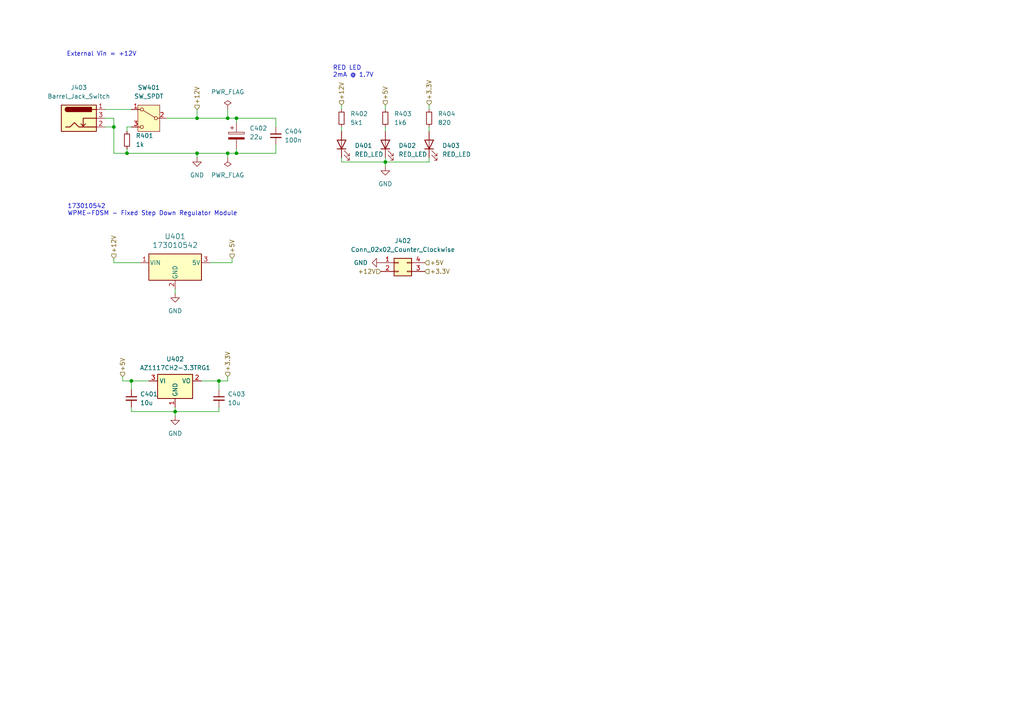
<source format=kicad_sch>
(kicad_sch (version 20231120) (generator "eeschema") (generator_version "8.0")
  (paper "A4")
  (lib_symbols
    (symbol "173010xxx:173010542" (pin_names (offset 0.254))
      (property "Reference" "U" (at 7.62 -6.35 0))
      (property "Value" "173010542" (at -0.508 3.556 0))
      (symbol "173010542_1_1"
        (rectangle (start -7.62 2.54) (end 7.62 -5.08) (stroke (width 0.254)) (fill (type background)))
        (pin power_in line (at -10.16 0 0) (length 2.54) (name "VIN") (number "1"))
        (pin power_in line (at 0 -7.62 90) (length 2.54) (name "GND") (number "2"))
        (pin power_out line (at 10.16 0 180) (length 2.54) (name "5V") (number "3"))
      )
    )
    (symbol "Connector:Barrel_Jack_Switch" (pin_names hide)
      (property "Reference" "J" (at 0 5.334 0))
      (property "Value" "Barrel_Jack_Switch" (at 0 -5.08 0))
      (symbol "Barrel_Jack_Switch_0_1"
        (rectangle (start -5.08 3.81) (end 5.08 -3.81) (stroke (width 0.254)) (fill (type background)))
        (arc (start -3.302 3.175) (mid -3.9343 2.54) (end -3.302 1.905) (stroke (width 0.254)))
        (arc (start -3.302 3.175) (mid -3.9343 2.54) (end -3.302 1.905) (stroke (width 0.254)) (fill (type outline)))
        (polyline (pts (xy 1.27 -2.286) (xy 1.905 -1.651)) (stroke (width 0.254)))
        (polyline (pts (xy 5.08 2.54) (xy 3.81 2.54)) (stroke (width 0.254)))
        (polyline (pts (xy 5.08 0) (xy 1.27 0) (xy 1.27 -2.286) (xy 0.635 -1.651)) (stroke (width 0.254)))
        (polyline (pts (xy -3.81 -2.54) (xy -2.54 -2.54) (xy -1.27 -1.27) (xy 0 -2.54) (xy 2.54 -2.54) (xy 5.08 -2.54)) (stroke (width 0.254)))
        (rectangle (start 3.683 3.175) (end -3.302 1.905) (stroke (width 0.254)) (fill (type outline)))
      )
      (symbol "Barrel_Jack_Switch_1_1"
        (pin passive line (at 7.62 2.54 180) (length 2.54) (name "~") (number "1"))
        (pin passive line (at 7.62 -2.54 180) (length 2.54) (name "~") (number "2"))
        (pin passive line (at 7.62 0 180) (length 2.54) (name "~") (number "3"))
      )
    )
    (symbol "Connector_Generic:Conn_02x02_Counter_Clockwise" (pin_names (offset 1.016) hide)
      (property "Reference" "J" (at 1.27 2.54 0))
      (property "Value" "Conn_02x02_Counter_Clockwise" (at 1.27 -5.08 0))
      (symbol "Conn_02x02_Counter_Clockwise_1_1"
        (rectangle (start -1.27 -2.413) (end 0 -2.667) (stroke (width 0.1524)))
        (rectangle (start -1.27 0.127) (end 0 -0.127) (stroke (width 0.1524)))
        (rectangle (start -1.27 1.27) (end 3.81 -3.81) (stroke (width 0.254)) (fill (type background)))
        (rectangle (start 3.81 -2.413) (end 2.54 -2.667) (stroke (width 0.1524)))
        (rectangle (start 3.81 0.127) (end 2.54 -0.127) (stroke (width 0.1524)))
        (pin passive line (at -5.08 0 0) (length 3.81) (name "Pin_1") (number "1"))
        (pin passive line (at -5.08 -2.54 0) (length 3.81) (name "Pin_2") (number "2"))
        (pin passive line (at 7.62 -2.54 180) (length 3.81) (name "Pin_3") (number "3"))
        (pin passive line (at 7.62 0 180) (length 3.81) (name "Pin_4") (number "4"))
      )
    )
    (symbol "Device:C_Polarized" (pin_numbers hide) (pin_names (offset 0.254))
      (property "Reference" "C" (at 0.635 2.54 0))
      (property "Value" "C_Polarized" (at 0.635 -2.54 0))
      (symbol "C_Polarized_0_1"
        (rectangle (start -2.286 0.508) (end 2.286 1.016))
        (polyline (pts (xy -1.778 2.286) (xy -0.762 2.286)))
        (polyline (pts (xy -1.27 2.794) (xy -1.27 1.778)))
        (rectangle (start 2.286 -0.508) (end -2.286 -1.016) (fill (type outline)))
      )
      (symbol "C_Polarized_1_1"
        (pin passive line (at 0 3.81 270) (length 2.794) (name "~") (number "1"))
        (pin passive line (at 0 -3.81 90) (length 2.794) (name "~") (number "2"))
      )
    )
    (symbol "Device:C_Small" (pin_numbers hide) (pin_names (offset 0.254) hide)
      (property "Reference" "C" (at 0.254 1.778 0))
      (property "Value" "C_Small" (at 0.254 -2.032 0))
      (symbol "C_Small_0_1"
        (polyline (pts (xy -1.524 -0.508) (xy 1.524 -0.508)) (stroke (width 0.3302)))
        (polyline (pts (xy -1.524 0.508) (xy 1.524 0.508)) (stroke (width 0.3048)))
      )
      (symbol "C_Small_1_1"
        (pin passive line (at 0 2.54 270) (length 2.032) (name "~") (number "1"))
        (pin passive line (at 0 -2.54 90) (length 2.032) (name "~") (number "2"))
      )
    )
    (symbol "Device:LED" (pin_numbers hide) (pin_names (offset 1.016) hide)
      (property "Reference" "D" (at 0 2.54 0))
      (property "Value" "LED" (at 0 -2.54 0))
      (symbol "LED_0_1"
        (polyline (pts (xy -1.27 -1.27) (xy -1.27 1.27)) (stroke (width 0.254)))
        (polyline (pts (xy -1.27 0) (xy 1.27 0)))
        (polyline (pts (xy 1.27 -1.27) (xy 1.27 1.27) (xy -1.27 0) (xy 1.27 -1.27)) (stroke (width 0.254)))
        (polyline (pts (xy -3.048 -0.762) (xy -4.572 -2.286) (xy -3.81 -2.286) (xy -4.572 -2.286) (xy -4.572 -1.524)))
        (polyline (pts (xy -1.778 -0.762) (xy -3.302 -2.286) (xy -2.54 -2.286) (xy -3.302 -2.286) (xy -3.302 -1.524)))
      )
      (symbol "LED_1_1"
        (pin passive line (at -3.81 0 0) (length 2.54) (name "K") (number "1"))
        (pin passive line (at 3.81 0 180) (length 2.54) (name "A") (number "2"))
      )
    )
    (symbol "Device:R_Small" (pin_numbers hide) (pin_names (offset 0.254) hide)
      (property "Reference" "R" (at 0.762 0.508 0))
      (property "Value" "R_Small" (at 0.762 -1.016 0))
      (symbol "R_Small_0_1"
        (rectangle (start -0.762 1.778) (end 0.762 -1.778) (stroke (width 0.2032)))
      )
      (symbol "R_Small_1_1"
        (pin passive line (at 0 2.54 270) (length 0.762) (name "~") (number "1"))
        (pin passive line (at 0 -2.54 90) (length 0.762) (name "~") (number "2"))
      )
    )
    (symbol "Regulator_Linear:AMS1117-3.3"
      (property "Reference" "U" (at -3.81 3.175 0))
      (property "Value" "AMS1117-3.3" (at 0 3.175 0))
      (symbol "AMS1117-3.3_0_1"
        (rectangle (start -5.08 -5.08) (end 5.08 1.905) (stroke (width 0.254)) (fill (type background)))
      )
      (symbol "AMS1117-3.3_1_1"
        (pin power_in line (at 0 -7.62 90) (length 2.54) (name "GND") (number "1"))
        (pin power_out line (at 7.62 0 180) (length 2.54) (name "VO") (number "2"))
        (pin power_in line (at -7.62 0 0) (length 2.54) (name "VI") (number "3"))
      )
    )
    (symbol "Switch:SW_SPDT" (pin_names (offset 0) hide)
      (property "Reference" "SW" (at 0 5.08 0))
      (property "Value" "SW_SPDT" (at 0 -5.08 0))
      (symbol "SW_SPDT_0_1"
        (circle (center -2.032 0) (radius 0.4572))
        (polyline (pts (xy -1.651 0.254) (xy 1.651 2.286)))
        (circle (center 2.032 -2.54) (radius 0.4572))
        (circle (center 2.032 2.54) (radius 0.4572))
      )
      (symbol "SW_SPDT_1_1"
        (rectangle (start -3.175 3.81) (end 3.175 -3.81) (fill (type background)))
        (pin passive line (at 5.08 2.54 180) (length 2.54) (name "A") (number "1"))
        (pin passive line (at -5.08 0 0) (length 2.54) (name "B") (number "2"))
        (pin passive line (at 5.08 -2.54 180) (length 2.54) (name "C") (number "3"))
      )
    )
    (symbol "power:GND" (power) (pin_numbers hide) (pin_names (offset 0) hide)
      (property "Value" "GND" (at 0 -3.81 0))
      (symbol "GND_0_1"
        (polyline (pts (xy 0 0) (xy 0 -1.27) (xy 1.27 -1.27) (xy 0 -2.54) (xy -1.27 -1.27) (xy 0 -1.27)))
      )
      (symbol "GND_1_1"
        (pin power_in line (at 0 0 270) (length 0) (name "~") (number "1"))
      )
    )
    (symbol "power:PWR_FLAG" (power) (pin_numbers hide) (pin_names (offset 0) hide)
      (property "Value" "PWR_FLAG" (at 0 3.81 0))
      (symbol "PWR_FLAG_0_0"
        (pin power_out line (at 0 0 90) (length 0) (name "~") (number "1"))
      )
      (symbol "PWR_FLAG_0_1"
        (polyline (pts (xy 0 0) (xy 0 1.27) (xy -1.016 1.905) (xy 0 2.54) (xy 1.016 1.905) (xy 0 1.27)))
      )
    )
  )
  (junction (at 111.76 46.99))
  (junction (at 33.02 36.83))
  (junction (at 57.15 34.29))
  (junction (at 66.04 44.45))
  (junction (at 68.58 34.29))
  (junction (at 68.58 44.45))
  (junction (at 66.04 34.29))
  (junction (at 63.5 110.49))
  (junction (at 57.15 44.45))
  (junction (at 38.1 110.49))
  (junction (at 36.83 44.45))
  (junction (at 50.8 119.38))
  (wire (pts (xy 58.42 110.49) (xy 63.5 110.49)))
  (wire (pts (xy 57.15 34.29) (xy 66.04 34.29)))
  (wire (pts (xy 36.83 44.45) (xy 36.83 43.18)))
  (wire (pts (xy 99.06 46.99) (xy 111.76 46.99)))
  (wire (pts (xy 66.04 31.75) (xy 66.04 34.29)))
  (wire (pts (xy 30.48 31.75) (xy 38.1 31.75)))
  (wire (pts (xy 33.02 36.83) (xy 33.02 44.45)))
  (wire (pts (xy 111.76 46.99) (xy 124.46 46.99)))
  (wire (pts (xy 33.02 34.29) (xy 33.02 36.83)))
  (wire (pts (xy 124.46 46.99) (xy 124.46 45.72)))
  (wire (pts (xy 99.06 45.72) (xy 99.06 46.99)))
  (wire (pts (xy 111.76 46.99) (xy 111.76 48.26)))
  (wire (pts (xy 57.15 44.45) (xy 57.15 45.72)))
  (wire (pts (xy 36.83 44.45) (xy 57.15 44.45)))
  (wire (pts (xy 99.06 36.83) (xy 99.06 38.1)))
  (wire (pts (xy 80.01 36.83) (xy 80.01 34.29)))
  (wire (pts (xy 66.04 44.45) (xy 57.15 44.45)))
  (wire (pts (xy 124.46 30.48) (xy 124.46 31.75)))
  (wire (pts (xy 38.1 118.11) (xy 38.1 119.38)))
  (wire (pts (xy 63.5 110.49) (xy 66.04 110.49)))
  (wire (pts (xy 66.04 45.72) (xy 66.04 44.45)))
  (wire (pts (xy 33.02 76.2) (xy 40.64 76.2)))
  (wire (pts (xy 35.56 110.49) (xy 38.1 110.49)))
  (wire (pts (xy 36.83 36.83) (xy 36.83 38.1)))
  (wire (pts (xy 124.46 36.83) (xy 124.46 38.1)))
  (wire (pts (xy 43.18 110.49) (xy 38.1 110.49)))
  (wire (pts (xy 111.76 45.72) (xy 111.76 46.99)))
  (wire (pts (xy 30.48 34.29) (xy 33.02 34.29)))
  (wire (pts (xy 68.58 35.56) (xy 68.58 34.29)))
  (wire (pts (xy 38.1 110.49) (xy 38.1 113.03)))
  (wire (pts (xy 63.5 110.49) (xy 63.5 113.03)))
  (wire (pts (xy 38.1 119.38) (xy 50.8 119.38)))
  (wire (pts (xy 50.8 85.09) (xy 50.8 83.82)))
  (wire (pts (xy 66.04 44.45) (xy 68.58 44.45)))
  (wire (pts (xy 57.15 31.75) (xy 57.15 34.29)))
  (wire (pts (xy 68.58 34.29) (xy 80.01 34.29)))
  (wire (pts (xy 66.04 109.22) (xy 66.04 110.49)))
  (wire (pts (xy 80.01 41.91) (xy 80.01 44.45)))
  (wire (pts (xy 111.76 36.83) (xy 111.76 38.1)))
  (wire (pts (xy 67.31 74.93) (xy 67.31 76.2)))
  (wire (pts (xy 33.02 44.45) (xy 36.83 44.45)))
  (wire (pts (xy 68.58 43.18) (xy 68.58 44.45)))
  (wire (pts (xy 68.58 44.45) (xy 80.01 44.45)))
  (wire (pts (xy 30.48 36.83) (xy 33.02 36.83)))
  (wire (pts (xy 38.1 36.83) (xy 36.83 36.83)))
  (wire (pts (xy 50.8 119.38) (xy 63.5 119.38)))
  (wire (pts (xy 63.5 118.11) (xy 63.5 119.38)))
  (wire (pts (xy 33.02 74.93) (xy 33.02 76.2)))
  (wire (pts (xy 48.26 34.29) (xy 57.15 34.29)))
  (wire (pts (xy 99.06 30.48) (xy 99.06 31.75)))
  (wire (pts (xy 50.8 118.11) (xy 50.8 119.38)))
  (wire (pts (xy 66.04 34.29) (xy 68.58 34.29)))
  (wire (pts (xy 111.76 30.48) (xy 111.76 31.75)))
  (wire (pts (xy 67.31 76.2) (xy 60.96 76.2)))
  (wire (pts (xy 50.8 119.38) (xy 50.8 120.65)))
  (wire (pts (xy 35.56 109.22) (xy 35.56 110.49)))
  (text "RED LED\n2mA @ 1.7V" (at 96.52 20.828 0) (effects (font (size 1.27 1.27)) (justify left)))
  (text "173010542\nWPME-FDSM - Fixed Step Down Regulator Module" (at 19.558 60.96 0) (effects (font (size 1.27 1.27)) (justify left)))
  (text "External Vin = +12V" (at 19.304 15.748 0) (effects (font (size 1.27 1.27)) (justify left)))
  (hierarchical_label "+3.3V" (shape input) (at 123.19 78.74 0))
  (hierarchical_label "+5V" (shape input) (at 35.56 109.22 90))
  (hierarchical_label "+12V" (shape input) (at 110.49 78.74 180))
  (hierarchical_label "+12V" (shape input) (at 57.15 31.75 90))
  (hierarchical_label "+12V" (shape input) (at 33.02 74.93 90))
  (hierarchical_label "+12V" (shape input) (at 99.06 30.48 90))
  (hierarchical_label "+5V" (shape input) (at 67.31 74.93 90))
  (hierarchical_label "+5V" (shape input) (at 123.19 76.2 0))
  (hierarchical_label "+5V" (shape input) (at 111.76 30.48 90))
  (hierarchical_label "+3.3V" (shape input) (at 66.04 109.22 90))
  (hierarchical_label "+3.3V" (shape input) (at 124.46 30.48 90))
  (symbol (lib_id "Device:C_Small") (at 63.5 115.57 0) (unit 1)
    (property "Reference" "C403" (at 66.04 114.3062 0) (effects (justify left)))
    (property "Value" "10u" (at 66.04 116.8462 0) (effects (justify left)))
    (property "Footprint" "Capacitor_SMD:C_0402_1005Metric" (effects (hide yes)))
    (property "Description" "Unpolarized capacitor, small symbol" (effects (hide yes)))
    (property "MPN" "WE  885012105020" (effects (hide yes)))
  )
  (symbol (lib_id "Device:LED") (at 111.76 41.91 90) (unit 1)
    (property "Reference" "D402" (at 115.57 42.2274 90) (effects (justify right)))
    (property "Value" "RED_LED" (at 115.57 44.7674 90) (effects (justify right)))
    (property "Footprint" "LED_SMD:LED_0603_1608Metric" (effects (hide yes)))
    (property "Datasheet" "https://www.we-online.com/components/products/datasheet/150060RS55040.pdf" (effects (hide yes)))
    (property "Description" "Light emitting diode" (effects (hide yes)))
    (property "MPN" "WE 150060RS55040" (effects (hide yes)))
  )
  (symbol (lib_id "power:PWR_FLAG") (at 66.04 45.72 180) (unit 1)
    (property "Reference" "#FLG0402" (effects (hide yes)))
    (property "Value" "PWR_FLAG" (at 66.04 50.8 0))
    (property "Description" "Special symbol for telling ERC where power comes from" (effects (hide yes)))
  )
  (symbol (lib_id "Device:R_Small") (at 111.76 34.29 0) (unit 1)
    (property "Reference" "R403" (at 114.3 33.0199 0) (effects (justify left)))
    (property "Value" "1k6" (at 114.3 35.5599 0) (effects (justify left)))
    (property "Footprint" "Resistor_SMD:R_0402_1005Metric" (effects (hide yes)))
    (property "Description" "Resistor, small symbol" (effects (hide yes)))
  )
  (symbol (lib_id "Device:C_Small") (at 80.01 39.37 0) (unit 1)
    (property "Reference" "C404" (at 82.55 38.1062 0) (effects (justify left)))
    (property "Value" "100n" (at 82.55 40.6462 0) (effects (justify left)))
    (property "Footprint" "Capacitor_SMD:C_0402_1005Metric" (effects (hide yes)))
    (property "Description" "Unpolarized capacitor, small symbol" (effects (hide yes)))
    (property "MPN" "WE 885012105018" (effects (hide yes)))
  )
  (symbol (lib_id "Device:LED") (at 124.46 41.91 90) (unit 1)
    (property "Reference" "D403" (at 128.27 42.2274 90) (effects (justify right)))
    (property "Value" "RED_LED" (at 128.27 44.7674 90) (effects (justify right)))
    (property "Footprint" "LED_SMD:LED_0603_1608Metric" (effects (hide yes)))
    (property "Datasheet" "https://www.we-online.com/components/products/datasheet/150060RS55040.pdf" (effects (hide yes)))
    (property "Description" "Light emitting diode" (effects (hide yes)))
    (property "MPN" "WE 150060RS55040" (effects (hide yes)))
  )
  (symbol (lib_id "Regulator_Linear:AMS1117-3.3") (at 50.8 110.49 0) (unit 1)
    (property "Reference" "U402" (at 50.8 104.14 0))
    (property "Value" "AZ1117CH2-3.3TRG1" (at 50.8 106.68 0))
    (property "Footprint" "Package_TO_SOT_SMD:SOT-223-3_TabPin2" (effects (hide yes)))
    (property "Datasheet" "https://4donline.ihs.com/images/VipMasterIC/IC/DIOD/DIOD-S-A0007713706/DIOD-S-A0007713706-1.pdf?hkey=6D3A4C79FDBF58556ACFDE234799DDF0" (effects (hide yes)))
    (property "Description" "1A Low Dropout regulator, positive, 3.3V fixed output, SOT-223" (effects (hide yes)))
    (property "MPN" "AZ1117CH2-3.3TRG1" (effects (hide yes)))
  )
  (symbol (lib_id "Switch:SW_SPDT") (at 43.18 34.29 0) (mirror y) (unit 1)
    (property "Reference" "SW401" (at 43.18 25.4 0))
    (property "Value" "SW_SPDT" (at 43.18 27.94 0))
    (property "Footprint" "libs:472121020311" (effects (hide yes)))
    (property "Datasheet" "https://www.we-online.com/components/products/datasheet/472121020311.pdf" (effects (hide yes)))
    (property "Description" "Switch, single pole double throw" (effects (hide yes)))
    (property "MPN" "WE 472121020311" (effects (hide yes)))
  )
  (symbol (lib_id "power:GND") (at 50.8 85.09 0) (unit 1)
    (property "Reference" "#PWR0402" (effects (hide yes)))
    (property "Value" "GND" (at 50.8 90.17 0))
    (property "Description" "Power symbol creates a global label with name \"GND\" , ground" (effects (hide yes)))
  )
  (symbol (lib_id "Device:C_Polarized") (at 68.58 39.37 0) (unit 1)
    (property "Reference" "C402" (at 72.39 37.2109 0) (effects (justify left)))
    (property "Value" "22u" (at 72.39 39.7509 0) (effects (justify left)))
    (property "Footprint" "Capacitor_SMD:CP_Elec_5x5.4" (effects (hide yes)))
    (property "Description" "Polarized capacitor" (effects (hide yes)))
    (property "MPN" "WE 865060442002" (effects (hide yes)))
  )
  (symbol (lib_id "Device:R_Small") (at 124.46 34.29 0) (unit 1)
    (property "Reference" "R404" (at 127 33.0199 0) (effects (justify left)))
    (property "Value" "820" (at 127 35.5599 0) (effects (justify left)))
    (property "Footprint" "Resistor_SMD:R_0402_1005Metric" (effects (hide yes)))
    (property "Description" "Resistor, small symbol" (effects (hide yes)))
  )
  (symbol (lib_id "power:GND") (at 110.49 76.2 270) (unit 1)
    (property "Reference" "#PWR0405" (effects (hide yes)))
    (property "Value" "GND" (at 106.68 76.1999 90) (effects (justify right)))
    (property "Description" "Power symbol creates a global label with name \"GND\" , ground" (effects (hide yes)))
  )
  (symbol (lib_id "Device:R_Small") (at 36.83 40.64 0) (unit 1)
    (property "Reference" "R401" (at 39.37 39.3699 0) (effects (justify left)))
    (property "Value" "1k" (at 39.37 41.9099 0) (effects (justify left)))
    (property "Footprint" "Resistor_SMD:R_0805_2012Metric" (effects (hide yes)))
    (property "Description" "Resistor, small symbol" (effects (hide yes)))
  )
  (symbol (lib_id "Device:R_Small") (at 99.06 34.29 0) (unit 1)
    (property "Reference" "R402" (at 101.6 33.0199 0) (effects (justify left)))
    (property "Value" "5k1" (at 101.6 35.5599 0) (effects (justify left)))
    (property "Footprint" "Resistor_SMD:R_0402_1005Metric" (effects (hide yes)))
    (property "Description" "Resistor, small symbol" (effects (hide yes)))
  )
  (symbol (lib_id "power:GND") (at 50.8 120.65 0) (unit 1)
    (property "Reference" "#PWR0403" (effects (hide yes)))
    (property "Value" "GND" (at 50.8 125.73 0))
    (property "Description" "Power symbol creates a global label with name \"GND\" , ground" (effects (hide yes)))
  )
  (symbol (lib_id "Connector:Barrel_Jack_Switch") (at 22.86 34.29 0) (unit 1)
    (property "Reference" "J403" (at 22.86 25.4 0))
    (property "Value" "Barrel_Jack_Switch" (at 22.86 27.94 0))
    (property "Footprint" "libs:694106105102" (effects (hide yes)))
    (property "Description" "DC Barrel Jack with an internal switch" (effects (hide yes)))
    (property "MPN" "694106105102" (effects (hide yes)))
  )
  (symbol (lib_id "Device:C_Small") (at 38.1 115.57 0) (unit 1)
    (property "Reference" "C401" (at 40.64 114.3062 0) (effects (justify left)))
    (property "Value" "10u" (at 40.64 116.8462 0) (effects (justify left)))
    (property "Footprint" "Capacitor_SMD:C_0402_1005Metric" (effects (hide yes)))
    (property "Description" "Unpolarized capacitor, small symbol" (effects (hide yes)))
    (property "MPN" "WE  885012105020" (effects (hide yes)))
  )
  (symbol (lib_id "power:GND") (at 111.76 48.26 0) (unit 1)
    (property "Reference" "#PWR0404" (effects (hide yes)))
    (property "Value" "GND" (at 111.76 53.34 0))
    (property "Description" "Power symbol creates a global label with name \"GND\" , ground" (effects (hide yes)))
  )
  (symbol (lib_id "173010xxx:173010542") (at 50.8 76.2 0) (unit 1)
    (property "Reference" "U401" (at 50.8 68.58 0) (effects (font (size 1.524 1.524))))
    (property "Value" "173010542" (at 50.8 71.12 0) (effects (font (size 1.524 1.524))))
    (property "Footprint" "libs:173010xxx" (effects (hide yes)))
    (property "Datasheet" "https://www.we-online.com/components/products/datasheet/173010542.pdf" (effects (hide yes)))
    (property "MPN" "WE 173010542" (effects (hide yes)))
  )
  (symbol (lib_id "Connector_Generic:Conn_02x02_Counter_Clockwise") (at 115.57 76.2 0) (unit 1)
    (property "Reference" "J402" (at 116.84 69.85 0))
    (property "Value" "Conn_02x02_Counter_Clockwise" (at 116.84 72.39 0))
    (property "Footprint" "Connector_PinHeader_2.54mm:PinHeader_2x02_P2.54mm_Vertical_SMD" (effects (hide yes)))
    (property "Datasheet" "https://www.we-online.com/components/products/datasheet/61000421121.pdf" (effects (hide yes)))
    (property "Description" "Generic connector, double row, 02x02, counter clockwise pin numbering scheme (similar to DIP package numbering), script generated (kicad-library-utils/schlib/autogen/connector/)" (effects (hide yes)))
    (property "MPN" "WE 61000421121" (effects (hide yes)))
  )
  (symbol (lib_id "power:PWR_FLAG") (at 66.04 31.75 0) (unit 1)
    (property "Reference" "#FLG0401" (effects (hide yes)))
    (property "Value" "PWR_FLAG" (at 66.04 26.67 0))
    (property "Description" "Special symbol for telling ERC where power comes from" (effects (hide yes)))
  )
  (symbol (lib_id "power:GND") (at 57.15 45.72 0) (unit 1)
    (property "Reference" "#PWR0401" (effects (hide yes)))
    (property "Value" "GND" (at 57.15 50.8 0))
    (property "Description" "Power symbol creates a global label with name \"GND\" , ground" (effects (hide yes)))
  )
  (symbol (lib_id "Device:LED") (at 99.06 41.91 90) (unit 1)
    (property "Reference" "D401" (at 102.87 42.2274 90) (effects (justify right)))
    (property "Value" "RED_LED" (at 102.87 44.7674 90) (effects (justify right)))
    (property "Footprint" "LED_SMD:LED_0603_1608Metric" (effects (hide yes)))
    (property "Datasheet" "https://www.we-online.com/components/products/datasheet/150060RS55040.pdf" (effects (hide yes)))
    (property "Description" "Light emitting diode" (effects (hide yes)))
    (property "MPN" "WE 150060RS55040" (effects (hide yes)))
  )
)
</source>
